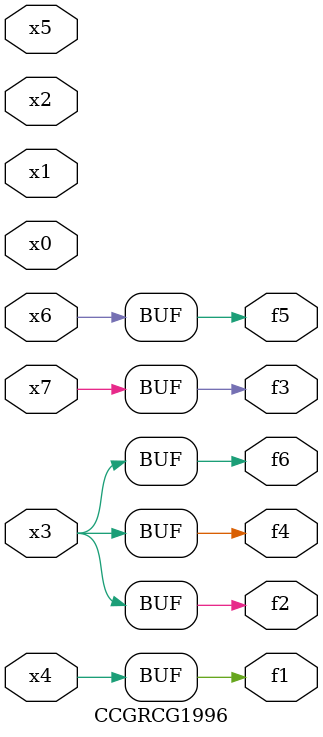
<source format=v>
module CCGRCG1996(
	input x0, x1, x2, x3, x4, x5, x6, x7,
	output f1, f2, f3, f4, f5, f6
);
	assign f1 = x4;
	assign f2 = x3;
	assign f3 = x7;
	assign f4 = x3;
	assign f5 = x6;
	assign f6 = x3;
endmodule

</source>
